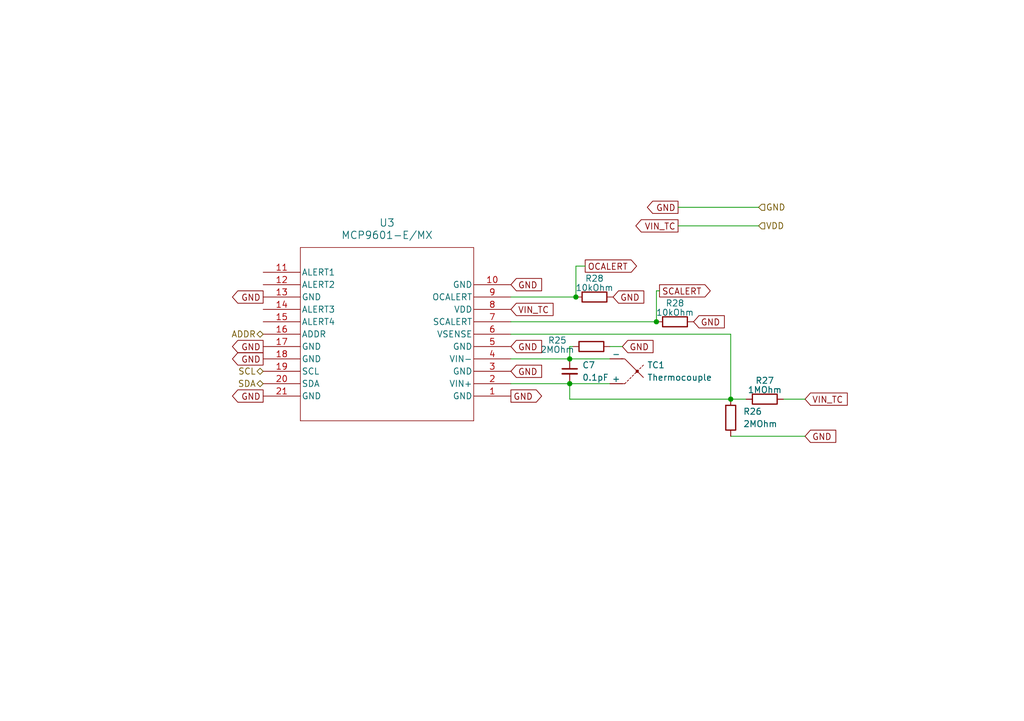
<source format=kicad_sch>
(kicad_sch (version 20230121) (generator eeschema)
  (paper "A5")
  (title_block (title "Thermocouple Microchip") (company "SpaceTeam Aachen"))
  (lib_symbols
    (symbol "Device:C_Small" (pin_numbers hide) (pin_names (offset 0.254) hide)
      (property "Reference" "C" (at 0.254 1.778 0))
      (property "Value" "C_Small" (at 0.254 -2.032 0))
      (symbol "C_Small_0_1"
        (polyline (pts (xy -1.524 -0.508) (xy 1.524 -0.508)) (stroke (width 0.3302)))
        (polyline (pts (xy -1.524 0.508) (xy 1.524 0.508)) (stroke (width 0.3048)))
      )
      (symbol "C_Small_1_1"
        (pin passive line (at 0 2.54 270) (length 2.032) (name "~") (number "1"))
        (pin passive line (at 0 -2.54 90) (length 2.032) (name "~") (number "2"))
      )
    )
    (symbol "Device:R" (pin_numbers hide) (pin_names (offset 0))
      (property "Reference" "R" (at 2.032 0 90))
      (property "Value" "R" (at 0 0 90))
      (symbol "R_0_1"
        (rectangle (start -1.016 -2.54) (end 1.016 2.54) (stroke (width 0.254)))
      )
      (symbol "R_1_1"
        (pin passive line (at 0 3.81 270) (length 1.27) (name "~") (number "1"))
        (pin passive line (at 0 -3.81 90) (length 1.27) (name "~") (number "2"))
      )
    )
    (symbol "Device:Thermocouple" (pin_numbers hide) (pin_names (offset 0))
      (property "Reference" "TC" (at -3.048 3.81 0))
      (property "Value" "Thermocouple" (at -5.08 -4.064 0))
      (symbol "Thermocouple_0_1"
        (circle (center -3.048 0) (radius 0.254) (fill (type outline)))
        (polyline (pts (xy -4.064 -1.016) (xy -4.318 -1.27)))
        (polyline (pts (xy -3.556 -0.508) (xy -3.81 -0.762)))
        (polyline (pts (xy -3.048 0) (xy -3.302 -0.254)))
        (polyline (pts (xy -2.54 0.508) (xy -2.794 0.254)))
        (polyline (pts (xy -2.032 1.016) (xy -2.286 0.762)))
        (polyline (pts (xy -1.524 1.524) (xy -1.778 1.27)))
        (polyline (pts (xy -1.016 2.032) (xy -1.27 1.778)))
        (polyline (pts (xy -0.508 2.54) (xy -0.762 2.286)))
        (polyline (pts (xy 0 -2.54) (xy -0.254 -2.54)))
        (polyline (pts (xy 0 2.54) (xy -0.508 2.54)))
        (polyline (pts (xy 0.254 -2.54) (xy -0.508 -2.54) (xy -4.318 1.27)))
      )
      (symbol "Thermocouple_1_1"
        (pin passive line (at 2.54 2.54 180) (length 2.54) (name "+") (number "1"))
        (pin passive line (at 2.54 -2.54 180) (length 2.54) (name "-") (number "2"))
      )
    )
    (symbol "Private:MCP9601-E_MX" (pin_names (offset 0.254))
      (property "Reference" "U" (at 25.4 10.16 0))
      (property "Value" "MCP9601-E/MX" (at 25.4 7.62 0))
      (symbol "MCP9601-E_MX_0_1"
        (polyline (pts (xy 7.62 -30.48) (xy 43.18 -30.48)) (stroke (width 0.127)))
        (polyline (pts (xy 7.62 5.08) (xy 7.62 -30.48)) (stroke (width 0.127)))
        (polyline (pts (xy 43.18 -30.48) (xy 43.18 5.08)) (stroke (width 0.127)))
        (polyline (pts (xy 43.18 5.08) (xy 7.62 5.08)) (stroke (width 0.127)))
        (pin power_out line (at 0 0 0) (length 7.62) (name "GND") (number "1"))
        (pin power_out line (at 0 -22.86 0) (length 7.62) (name "GND") (number "10"))
        (pin output line (at 50.8 -25.4 180) (length 7.62) (name "ALERT1") (number "11"))
        (pin output line (at 50.8 -22.86 180) (length 7.62) (name "ALERT2") (number "12"))
        (pin power_out line (at 50.8 -20.32 180) (length 7.62) (name "GND") (number "13"))
        (pin output line (at 50.8 -17.78 180) (length 7.62) (name "ALERT3") (number "14"))
        (pin output line (at 50.8 -15.24 180) (length 7.62) (name "ALERT4") (number "15"))
        (pin input line (at 50.8 -12.7 180) (length 7.62) (name "ADDR") (number "16"))
        (pin power_out line (at 50.8 -10.16 180) (length 7.62) (name "GND") (number "17"))
        (pin power_out line (at 50.8 -7.62 180) (length 7.62) (name "GND") (number "18"))
        (pin input line (at 50.8 -5.08 180) (length 7.62) (name "SCL") (number "19"))
        (pin input line (at 0 -2.54 0) (length 7.62) (name "VIN+") (number "2"))
        (pin bidirectional line (at 50.8 -2.54 180) (length 7.62) (name "SDA") (number "20"))
        (pin power_out line (at 50.8 0 180) (length 7.62) (name "GND") (number "21"))
        (pin power_out line (at 0 -5.08 0) (length 7.62) (name "GND") (number "3"))
        (pin input line (at 0 -7.62 0) (length 7.62) (name "VIN-") (number "4"))
        (pin power_out line (at 0 -10.16 0) (length 7.62) (name "GND") (number "5"))
        (pin input line (at 0 -12.7 0) (length 7.62) (name "VSENSE") (number "6"))
        (pin output line (at 0 -15.24 0) (length 7.62) (name "SCALERT") (number "7"))
        (pin power_in line (at 0 -17.78 0) (length 7.62) (name "VDD") (number "8"))
        (pin output line (at 0 -20.32 0) (length 7.62) (name "OCALERT") (number "9"))
      )
    )
  )
  (junction (at 116.84 73.66))
  (junction (at 118.11 60.96))
  (junction (at 116.84 78.74))
  (junction (at 149.86 81.915))
  (junction (at 134.62 66.04))
  (wire (pts (xy 116.84 81.915) (xy 116.84 78.74)))
  (wire (pts (xy 118.11 54.61) (xy 120.015 54.61)))
  (wire (pts (xy 155.575 42.545) (xy 139.065 42.545)))
  (wire (pts (xy 149.86 68.58) (xy 149.86 81.915)))
  (wire (pts (xy 116.84 78.74) (xy 125.095 78.74)))
  (wire (pts (xy 116.84 71.12) (xy 116.84 73.66)))
  (wire (pts (xy 116.84 73.66) (xy 125.095 73.66)))
  (wire (pts (xy 104.775 78.74) (xy 116.84 78.74)))
  (wire (pts (xy 118.11 54.61) (xy 118.11 60.96)))
  (wire (pts (xy 104.775 73.66) (xy 116.84 73.66)))
  (wire (pts (xy 134.62 59.69) (xy 135.255 59.69)))
  (wire (pts (xy 125.095 71.12) (xy 127.635 71.12)))
  (wire (pts (xy 117.475 71.12) (xy 116.84 71.12)))
  (wire (pts (xy 104.775 68.58) (xy 149.86 68.58)))
  (wire (pts (xy 165.1 89.535) (xy 149.86 89.535)))
  (wire (pts (xy 134.62 59.69) (xy 134.62 66.04)))
  (wire (pts (xy 104.775 60.96) (xy 118.11 60.96)))
  (wire (pts (xy 116.84 81.915) (xy 149.86 81.915)))
  (wire (pts (xy 160.655 81.915) (xy 165.1 81.915)))
  (wire (pts (xy 149.86 81.915) (xy 153.035 81.915)))
  (wire (pts (xy 104.775 66.04) (xy 134.62 66.04)))
  (wire (pts (xy 139.065 46.355) (xy 155.575 46.355)))
  (global_label "OCALERT" (shape output) (at 120.015 54.61 0) (property "Intersheetrefs" "${INTERSHEET_REFS}" (effects hide)))
  (global_label "GND" (shape input) (at 165.1 89.535 0) (property "Intersheetrefs" "${INTERSHEET_REFS}" (effects hide)))
  (global_label "SCALERT" (shape output) (at 135.255 59.69 0) (property "Intersheetrefs" "${INTERSHEET_REFS}" (effects hide)))
  (global_label "GND" (shape output) (at 104.775 81.28 0) (property "Intersheetrefs" "${INTERSHEET_REFS}" (effects hide)))
  (global_label "GND" (shape output) (at 53.975 71.12 180) (property "Intersheetrefs" "${INTERSHEET_REFS}" (effects hide)))
  (global_label "GND" (shape input) (at 142.24 66.04 0) (property "Intersheetrefs" "${INTERSHEET_REFS}" (effects hide)))
  (global_label "GND" (shape output) (at 53.975 73.66 180) (property "Intersheetrefs" "${INTERSHEET_REFS}" (effects hide)))
  (global_label "GND" (shape output) (at 53.975 60.96 180) (property "Intersheetrefs" "${INTERSHEET_REFS}" (effects hide)))
  (global_label "GND" (shape input) (at 125.73 60.96 0) (property "Intersheetrefs" "${INTERSHEET_REFS}" (effects hide)))
  (global_label "VIN_TC" (shape input) (at 104.775 63.5 0) (property "Intersheetrefs" "${INTERSHEET_REFS}" (effects hide)))
  (global_label "VIN_TC" (shape input) (at 165.1 81.915 0) (property "Intersheetrefs" "${INTERSHEET_REFS}" (effects hide)))
  (global_label "GND" (shape output) (at 139.065 42.545 180) (property "Intersheetrefs" "${INTERSHEET_REFS}" (effects hide)))
  (global_label "GND" (shape input) (at 104.775 76.2 0) (property "Intersheetrefs" "${INTERSHEET_REFS}" (effects hide)))
  (global_label "GND" (shape input) (at 127.635 71.12 0) (property "Intersheetrefs" "${INTERSHEET_REFS}" (effects hide)))
  (global_label "GND" (shape input) (at 104.775 58.42 0) (property "Intersheetrefs" "${INTERSHEET_REFS}" (effects hide)))
  (global_label "GND" (shape output) (at 53.975 81.28 180) (property "Intersheetrefs" "${INTERSHEET_REFS}" (effects hide)))
  (global_label "GND" (shape input) (at 104.775 71.12 0) (property "Intersheetrefs" "${INTERSHEET_REFS}" (effects hide)))
  (global_label "VIN_TC" (shape output) (at 139.065 46.355 180) (property "Intersheetrefs" "${INTERSHEET_REFS}" (effects hide)))
  (hierarchical_label "VDD" (shape input) (at 155.575 46.355 0))
  (hierarchical_label "GND" (shape input) (at 155.575 42.545 0))
  (hierarchical_label "SCL" (shape bidirectional) (at 53.975 76.2 180))
  (hierarchical_label "ADDR" (shape bidirectional) (at 53.975 68.58 180))
  (hierarchical_label "SDA" (shape bidirectional) (at 53.975 78.74 180))
  (symbol (lib_id "Device:R") (at 149.86 85.725 0) (unit 1)
    (property "Reference" "R26" (at 152.4 84.455 0) (effects (justify left)))
    (property "Value" "2MOhm" (at 152.4 86.995 0) (effects (justify left)))
  )
  (symbol (lib_id "Device:R") (at 138.43 66.04 90) (unit 1)
    (property "Reference" "R28" (at 138.43 62.23 90))
    (property "Value" "10kOhm" (at 138.43 64.135 90))
  )
  (symbol (lib_id "Device:R") (at 156.845 81.915 90) (unit 1)
    (property "Reference" "R27" (at 156.845 78.105 90))
    (property "Value" "1MOhm" (at 156.845 80.01 90))
  )
  (symbol (lib_id "Device:C_Small") (at 116.84 76.2 0) (unit 1)
    (property "Reference" "C7" (at 119.38 74.9363 0) (effects (justify left)))
    (property "Value" "0.1pF" (at 119.38 77.4763 0) (effects (justify left)))
  )
  (symbol (lib_id "Device:Thermocouple") (at 127.635 76.2 180) (unit 1)
    (property "Reference" "TC1" (at 132.715 74.93 0) (effects (justify right)))
    (property "Value" "Thermocouple" (at 132.715 77.47 0) (effects (justify right)))
  )
  (symbol (lib_id "Device:R") (at 121.92 60.96 90) (unit 1)
    (property "Reference" "R28" (at 121.92 57.15 90))
    (property "Value" "10kOhm" (at 121.92 59.055 90))
  )
  (symbol (lib_id "Device:R") (at 121.285 71.12 90) (unit 1)
    (property "Reference" "R25" (at 114.3 69.85 90))
    (property "Value" "2MOhm" (at 114.3 71.755 90))
  )
  (symbol (lib_id "Private:MCP9601-E_MX") (at 104.775 81.28 180) (unit 1)
    (property "Reference" "U3" (at 79.375 45.72 0) (effects (font (size 1.524 1.524))))
    (property "Value" "MCP9601-E/MX" (at 79.375 48.26 0) (effects (font (size 1.524 1.524))))
    (property "Footprint" "MQFN20_NU_MCH" (effects hide))
    (property "Datasheet" "MCP9601-E/MX" (effects hide))
  )
)
</source>
